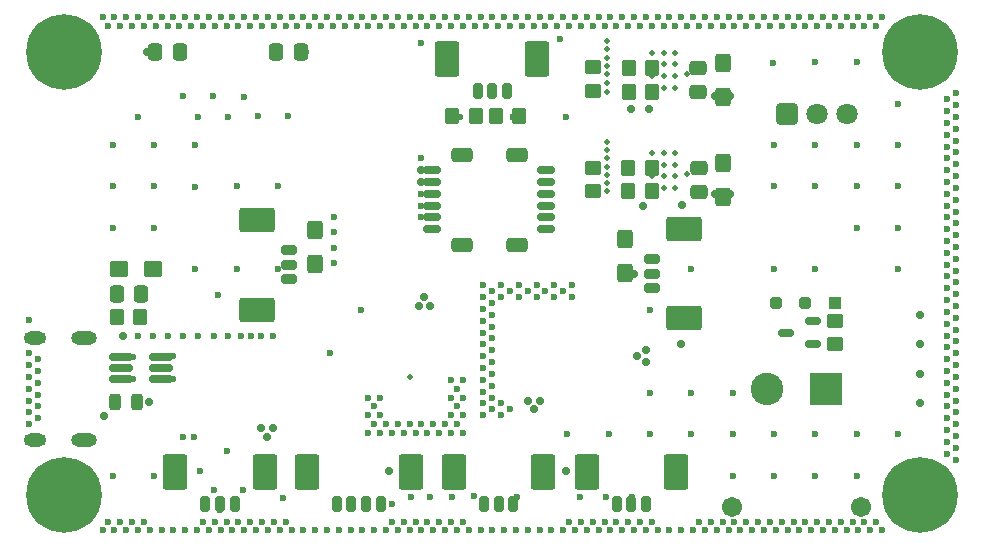
<source format=gbs>
G04 #@! TF.GenerationSoftware,KiCad,Pcbnew,8.0.4*
G04 #@! TF.CreationDate,2024-09-24T15:17:15+02:00*
G04 #@! TF.ProjectId,SUMEC_MK_IV,53554d45-435f-44d4-9b5f-49562e6b6963,v2.1.1*
G04 #@! TF.SameCoordinates,Original*
G04 #@! TF.FileFunction,Soldermask,Bot*
G04 #@! TF.FilePolarity,Negative*
%FSLAX46Y46*%
G04 Gerber Fmt 4.6, Leading zero omitted, Abs format (unit mm)*
G04 Created by KiCad (PCBNEW 8.0.4) date 2024-09-24 15:17:15*
%MOMM*%
%LPD*%
G01*
G04 APERTURE LIST*
G04 Aperture macros list*
%AMRoundRect*
0 Rectangle with rounded corners*
0 $1 Rounding radius*
0 $2 $3 $4 $5 $6 $7 $8 $9 X,Y pos of 4 corners*
0 Add a 4 corners polygon primitive as box body*
4,1,4,$2,$3,$4,$5,$6,$7,$8,$9,$2,$3,0*
0 Add four circle primitives for the rounded corners*
1,1,$1+$1,$2,$3*
1,1,$1+$1,$4,$5*
1,1,$1+$1,$6,$7*
1,1,$1+$1,$8,$9*
0 Add four rect primitives between the rounded corners*
20,1,$1+$1,$2,$3,$4,$5,0*
20,1,$1+$1,$4,$5,$6,$7,0*
20,1,$1+$1,$6,$7,$8,$9,0*
20,1,$1+$1,$8,$9,$2,$3,0*%
G04 Aperture macros list end*
%ADD10C,0.500000*%
%ADD11R,1.000000X1.000000*%
%ADD12RoundRect,0.250000X-0.250000X0.250000X-0.250000X-0.250000X0.250000X-0.250000X0.250000X0.250000X0*%
%ADD13C,0.800000*%
%ADD14C,6.400000*%
%ADD15C,2.754000*%
%ADD16RoundRect,0.102000X1.275000X1.275000X-1.275000X1.275000X-1.275000X-1.275000X1.275000X-1.275000X0*%
%ADD17C,1.712000*%
%ADD18RoundRect,0.250200X-0.649800X-0.649800X0.649800X-0.649800X0.649800X0.649800X-0.649800X0.649800X0*%
%ADD19C,1.800000*%
%ADD20O,2.204000X1.104000*%
%ADD21O,1.904000X1.104000*%
%ADD22RoundRect,0.250000X0.337500X0.475000X-0.337500X0.475000X-0.337500X-0.475000X0.337500X-0.475000X0*%
%ADD23RoundRect,0.250000X0.425000X-0.537500X0.425000X0.537500X-0.425000X0.537500X-0.425000X-0.537500X0*%
%ADD24RoundRect,0.162500X-0.837500X-0.162500X0.837500X-0.162500X0.837500X0.162500X-0.837500X0.162500X0*%
%ADD25RoundRect,0.250000X0.350000X0.450000X-0.350000X0.450000X-0.350000X-0.450000X0.350000X-0.450000X0*%
%ADD26RoundRect,0.150000X-0.625000X0.150000X-0.625000X-0.150000X0.625000X-0.150000X0.625000X0.150000X0*%
%ADD27RoundRect,0.250000X-0.650000X0.350000X-0.650000X-0.350000X0.650000X-0.350000X0.650000X0.350000X0*%
%ADD28RoundRect,0.243750X0.243750X0.456250X-0.243750X0.456250X-0.243750X-0.456250X0.243750X-0.456250X0*%
%ADD29RoundRect,0.150000X0.512500X0.150000X-0.512500X0.150000X-0.512500X-0.150000X0.512500X-0.150000X0*%
%ADD30RoundRect,0.200000X-0.200000X-0.450000X0.200000X-0.450000X0.200000X0.450000X-0.200000X0.450000X0*%
%ADD31RoundRect,0.250001X-0.799999X-1.249999X0.799999X-1.249999X0.799999X1.249999X-0.799999X1.249999X0*%
%ADD32RoundRect,0.250000X-0.337500X-0.475000X0.337500X-0.475000X0.337500X0.475000X-0.337500X0.475000X0*%
%ADD33RoundRect,0.250000X-0.475000X0.337500X-0.475000X-0.337500X0.475000X-0.337500X0.475000X0.337500X0*%
%ADD34RoundRect,0.250000X0.450000X-0.350000X0.450000X0.350000X-0.450000X0.350000X-0.450000X-0.350000X0*%
%ADD35RoundRect,0.200000X-0.450000X0.200000X-0.450000X-0.200000X0.450000X-0.200000X0.450000X0.200000X0*%
%ADD36RoundRect,0.250001X-1.249999X0.799999X-1.249999X-0.799999X1.249999X-0.799999X1.249999X0.799999X0*%
%ADD37RoundRect,0.250000X-0.537500X-0.425000X0.537500X-0.425000X0.537500X0.425000X-0.537500X0.425000X0*%
%ADD38RoundRect,0.150000X0.625000X-0.150000X0.625000X0.150000X-0.625000X0.150000X-0.625000X-0.150000X0*%
%ADD39RoundRect,0.250000X0.650000X-0.350000X0.650000X0.350000X-0.650000X0.350000X-0.650000X-0.350000X0*%
%ADD40RoundRect,0.200000X0.450000X-0.200000X0.450000X0.200000X-0.450000X0.200000X-0.450000X-0.200000X0*%
%ADD41RoundRect,0.250001X1.249999X-0.799999X1.249999X0.799999X-1.249999X0.799999X-1.249999X-0.799999X0*%
%ADD42RoundRect,0.250000X-0.350000X-0.450000X0.350000X-0.450000X0.350000X0.450000X-0.350000X0.450000X0*%
%ADD43C,0.600000*%
%ADD44C,0.700000*%
G04 APERTURE END LIST*
D10*
X157750000Y-86050000D03*
X155750000Y-85050000D03*
X157750000Y-94550000D03*
D11*
X171250000Y-106250000D03*
D12*
X168750000Y-106250000D03*
X166250000Y-106250000D03*
D10*
X155750000Y-88000000D03*
X156750000Y-93550000D03*
D13*
X176100000Y-85000000D03*
X176802944Y-83302944D03*
X176802944Y-86697056D03*
X178500000Y-82600000D03*
D14*
X178500000Y-85000000D03*
D13*
X178500000Y-87400000D03*
X180197056Y-83302944D03*
X180197056Y-86697056D03*
X180900000Y-85000000D03*
D10*
X156750000Y-88000000D03*
X155750000Y-93550000D03*
X156750000Y-96500000D03*
D15*
X165500000Y-113500000D03*
D16*
X170500000Y-113500000D03*
D17*
X162500000Y-123500000D03*
X173500000Y-123500000D03*
D10*
X155750000Y-94550000D03*
D18*
X167210000Y-90250000D03*
D19*
X169750000Y-90250000D03*
X172290000Y-90250000D03*
D10*
X156750000Y-87000000D03*
X157750000Y-85050000D03*
X156750000Y-86050000D03*
X157750000Y-95500000D03*
X157750000Y-96500000D03*
D20*
X107670000Y-109175000D03*
X107670000Y-117825000D03*
D21*
X103500000Y-109175000D03*
X103500000Y-117825000D03*
D10*
X157750000Y-93550000D03*
X156750000Y-95500000D03*
X156750000Y-94550000D03*
D13*
X103600000Y-85000000D03*
X104302944Y-83302944D03*
X104302944Y-86697056D03*
X106000000Y-82600000D03*
D14*
X106000000Y-85000000D03*
D13*
X106000000Y-87400000D03*
X107697056Y-83302944D03*
X107697056Y-86697056D03*
X108400000Y-85000000D03*
D10*
X155750000Y-95500000D03*
X157750000Y-88000000D03*
X155750000Y-87000000D03*
D13*
X103600000Y-122500000D03*
X104302944Y-120802944D03*
X104302944Y-124197056D03*
X106000000Y-120100000D03*
D14*
X106000000Y-122500000D03*
D13*
X106000000Y-124900000D03*
X107697056Y-120802944D03*
X107697056Y-124197056D03*
X108400000Y-122500000D03*
D10*
X156750000Y-85050000D03*
X155750000Y-86050000D03*
X157750000Y-87000000D03*
X155750000Y-96500000D03*
D13*
X176100000Y-122500000D03*
X176802944Y-120802944D03*
X176802944Y-124197056D03*
X178500000Y-120100000D03*
D14*
X178500000Y-122500000D03*
D13*
X178500000Y-124900000D03*
X180197056Y-120802944D03*
X180197056Y-124197056D03*
X180900000Y-122500000D03*
D22*
X126037500Y-85000000D03*
X123962500Y-85000000D03*
D23*
X161800000Y-88787500D03*
X161800000Y-85912500D03*
D24*
X110790000Y-112700000D03*
X110790000Y-111750000D03*
X110790000Y-110800000D03*
X114210000Y-110800000D03*
X114210000Y-111750000D03*
X114210000Y-112700000D03*
D25*
X112450000Y-107450000D03*
X110450000Y-107450000D03*
D26*
X146825000Y-95000000D03*
X146825000Y-96000000D03*
X146825000Y-97000000D03*
X146825000Y-98000000D03*
X146825000Y-99000000D03*
X146825000Y-100000000D03*
D27*
X144300000Y-93700000D03*
X144300000Y-101300000D03*
D28*
X112187500Y-114650000D03*
X110312500Y-114650000D03*
D29*
X169387500Y-107800000D03*
X169387500Y-109700000D03*
X167112500Y-108750000D03*
D30*
X141525000Y-123300000D03*
X142775000Y-123300000D03*
X144025000Y-123300000D03*
D31*
X138975000Y-120550000D03*
X146575000Y-120550000D03*
D32*
X113712500Y-85000000D03*
X115787500Y-85000000D03*
D33*
X159700000Y-86312500D03*
X159700000Y-88387500D03*
D34*
X171250000Y-109750000D03*
X171250000Y-107750000D03*
X150737500Y-88300000D03*
X150737500Y-86300000D03*
D33*
X159725000Y-94787500D03*
X159725000Y-96862500D03*
D25*
X144550000Y-90450000D03*
X142550000Y-90450000D03*
D34*
X150737500Y-96800000D03*
X150737500Y-94800000D03*
D32*
X110462500Y-105500000D03*
X112537500Y-105500000D03*
D35*
X155750000Y-102500000D03*
X155750000Y-103750000D03*
X155750000Y-105000000D03*
D36*
X158500000Y-99950000D03*
X158500000Y-107550000D03*
D37*
X110662500Y-103400000D03*
X113537500Y-103400000D03*
D30*
X141000000Y-88300000D03*
X142250000Y-88300000D03*
X143500000Y-88300000D03*
D31*
X138450000Y-85550000D03*
X146050000Y-85550000D03*
D30*
X152775000Y-123300000D03*
X154025000Y-123300000D03*
X155275000Y-123300000D03*
D31*
X150225000Y-120550000D03*
X157825000Y-120550000D03*
D25*
X155750000Y-96800000D03*
X153750000Y-96800000D03*
D38*
X137175000Y-100000000D03*
X137175000Y-99000000D03*
X137175000Y-98000000D03*
X137175000Y-97000000D03*
X137175000Y-96000000D03*
X137175000Y-95000000D03*
D39*
X139700000Y-101300000D03*
X139700000Y-93700000D03*
D25*
X155800000Y-88350000D03*
X153800000Y-88350000D03*
D40*
X125050000Y-104250000D03*
X125050000Y-103000000D03*
X125050000Y-101750000D03*
D41*
X122300000Y-106800000D03*
X122300000Y-99200000D03*
D30*
X117950000Y-123300000D03*
X119200000Y-123300000D03*
X120450000Y-123300000D03*
D31*
X115400000Y-120550000D03*
X123000000Y-120550000D03*
D23*
X127250000Y-102937500D03*
X127250000Y-100062500D03*
X161775000Y-97262500D03*
X161775000Y-94387500D03*
D25*
X155800000Y-86350000D03*
X153800000Y-86350000D03*
X155750000Y-94800000D03*
X153750000Y-94800000D03*
D23*
X153500000Y-103687500D03*
X153500000Y-100812500D03*
D42*
X138850000Y-90450000D03*
X140850000Y-90450000D03*
D30*
X129075000Y-123300000D03*
X130325000Y-123300000D03*
X131575000Y-123300000D03*
X132825000Y-123300000D03*
D31*
X126525000Y-120550000D03*
X135375000Y-120550000D03*
D43*
X116950000Y-117600000D03*
X117500000Y-120450000D03*
D44*
X133500000Y-120500000D03*
X148500000Y-120450000D03*
D43*
X116075000Y-117600000D03*
X167750000Y-124750000D03*
X150250000Y-125500000D03*
X136250000Y-94000000D03*
X143750000Y-105250000D03*
X146750000Y-82750000D03*
X173250000Y-125500000D03*
X111250000Y-125500000D03*
X181500000Y-91500000D03*
X166094048Y-96378049D03*
X173250000Y-82000000D03*
X157250000Y-125500000D03*
X142250000Y-110250000D03*
X169594048Y-117378049D03*
X109250000Y-125500000D03*
X147500000Y-104750000D03*
X132750000Y-115750000D03*
X136250000Y-125500000D03*
X117100000Y-96400000D03*
X109750000Y-124750000D03*
X131094048Y-106878049D03*
X134250000Y-82000000D03*
X168750000Y-82750000D03*
X112250000Y-82000000D03*
X138750000Y-117250000D03*
X161250000Y-125500000D03*
X142250000Y-82000000D03*
X131250000Y-82000000D03*
X134750000Y-124750000D03*
X132250000Y-116500000D03*
X142250000Y-112250000D03*
X148594048Y-117378049D03*
X136250000Y-116500000D03*
X173094048Y-117378049D03*
X139250000Y-82000000D03*
X153250000Y-82000000D03*
X143000000Y-114750000D03*
X141500000Y-109750000D03*
X109250000Y-82000000D03*
X176600000Y-99900000D03*
X169594048Y-85878049D03*
X103000000Y-107700000D03*
X160750000Y-82750000D03*
X124250000Y-82000000D03*
X132750000Y-82750000D03*
X131250000Y-125500000D03*
X161750000Y-124750000D03*
X114250000Y-82000000D03*
X117750000Y-82750000D03*
X119250000Y-125500000D03*
X141500000Y-106750000D03*
X143750000Y-82750000D03*
X180750000Y-97000000D03*
X144500000Y-104750000D03*
X149000000Y-104750000D03*
X172750000Y-124750000D03*
X120594048Y-96378049D03*
X166050000Y-85900000D03*
X155750000Y-124750000D03*
X169750000Y-124750000D03*
X111750000Y-82750000D03*
D10*
X135250000Y-112500000D03*
D43*
X165750000Y-124750000D03*
X168250000Y-125500000D03*
X142250000Y-125500000D03*
X113250000Y-125500000D03*
X144250000Y-82000000D03*
X126250000Y-125500000D03*
X162594048Y-120878049D03*
X103750000Y-114000000D03*
X174750000Y-82750000D03*
X169250000Y-125500000D03*
X125750000Y-82750000D03*
X150750000Y-82750000D03*
X152094048Y-117378049D03*
X181500000Y-96500000D03*
X141250000Y-82000000D03*
X110094048Y-96378049D03*
X157250000Y-82000000D03*
X164750000Y-82750000D03*
X151750000Y-82750000D03*
X147250000Y-125500000D03*
X147250000Y-82000000D03*
X145750000Y-82750000D03*
X137250000Y-125500000D03*
X181500000Y-100500000D03*
X139250000Y-125500000D03*
X120250000Y-125500000D03*
X111750000Y-124750000D03*
X181500000Y-113500000D03*
X180750000Y-113000000D03*
X103000000Y-113500000D03*
X154750000Y-82750000D03*
X144750000Y-82750000D03*
X137250000Y-82000000D03*
X129250000Y-125500000D03*
X181500000Y-108500000D03*
X117250000Y-82000000D03*
X140250000Y-82000000D03*
X170250000Y-82000000D03*
X134250000Y-116500000D03*
X162750000Y-124750000D03*
X180750000Y-119000000D03*
X180750000Y-106000000D03*
X180750000Y-109000000D03*
X113250000Y-82000000D03*
X117750000Y-124750000D03*
X180750000Y-99000000D03*
X149000000Y-105750000D03*
X128750000Y-82750000D03*
X123250000Y-125500000D03*
X130250000Y-125500000D03*
X163750000Y-124750000D03*
X152250000Y-125500000D03*
X181500000Y-104500000D03*
X159094048Y-113878049D03*
X181500000Y-92500000D03*
X173100000Y-99900000D03*
X158250000Y-82000000D03*
X141750000Y-82750000D03*
X143000000Y-115750000D03*
X161250000Y-82000000D03*
X151250000Y-82000000D03*
X172750000Y-82750000D03*
X159250000Y-125500000D03*
X170250000Y-125500000D03*
X127250000Y-82000000D03*
X137750000Y-124750000D03*
X181500000Y-109500000D03*
X155594048Y-113878049D03*
X156250000Y-125500000D03*
X143000000Y-104750000D03*
X128250000Y-125500000D03*
X146250000Y-82000000D03*
X141500000Y-107750000D03*
X171250000Y-125500000D03*
X180750000Y-107000000D03*
X111250000Y-82000000D03*
X141500000Y-113750000D03*
X181500000Y-98500000D03*
X149750000Y-124750000D03*
X141500000Y-114750000D03*
X180750000Y-116000000D03*
X151250000Y-125500000D03*
X173750000Y-82750000D03*
X174750000Y-124750000D03*
X142250000Y-106250000D03*
X153750000Y-82750000D03*
X176600000Y-103400000D03*
X181500000Y-105500000D03*
X180750000Y-102000000D03*
X180750000Y-93000000D03*
X124250000Y-125500000D03*
X180750000Y-111000000D03*
X180750000Y-103000000D03*
X146250000Y-125500000D03*
X132750000Y-117250000D03*
X180750000Y-101000000D03*
X119025000Y-105550000D03*
X103000000Y-115500000D03*
X127750000Y-82750000D03*
X136750000Y-82750000D03*
X180750000Y-90000000D03*
X143750000Y-115250000D03*
X152250000Y-82000000D03*
X113600000Y-96350000D03*
X117094048Y-92878049D03*
X133750000Y-124750000D03*
X139250000Y-113500000D03*
X110100000Y-92900000D03*
X121800000Y-109000000D03*
X138750000Y-114250000D03*
X113600000Y-120900000D03*
X138250000Y-116500000D03*
X138750000Y-82750000D03*
X142250000Y-105250000D03*
X169594048Y-120878049D03*
X181500000Y-106500000D03*
X162250000Y-125500000D03*
X114250000Y-125500000D03*
X159750000Y-82750000D03*
X143250000Y-82000000D03*
X103000000Y-116500000D03*
X180750000Y-117000000D03*
X124750000Y-82750000D03*
X139750000Y-82750000D03*
X159094048Y-103378049D03*
X119750000Y-118750000D03*
X180750000Y-100000000D03*
X181500000Y-97500000D03*
X156250000Y-82000000D03*
X181500000Y-111500000D03*
X128500000Y-110500000D03*
X154250000Y-125500000D03*
X143250000Y-125500000D03*
X103000000Y-112500000D03*
X142250000Y-113250000D03*
X173094048Y-85878049D03*
X138250000Y-125500000D03*
X145250000Y-82000000D03*
X132250000Y-125500000D03*
X135750000Y-82750000D03*
X144500000Y-105750000D03*
X136750000Y-117250000D03*
X130250000Y-82000000D03*
X166094048Y-92878049D03*
X171750000Y-124750000D03*
X155250000Y-82000000D03*
X153750000Y-124750000D03*
X175250000Y-125500000D03*
X151750000Y-124750000D03*
X135250000Y-125500000D03*
X170750000Y-124750000D03*
X170750000Y-82750000D03*
X166094048Y-103378049D03*
X146750000Y-105250000D03*
X115750000Y-82750000D03*
X180750000Y-104000000D03*
X124094048Y-96378049D03*
X181500000Y-114500000D03*
X103000000Y-114500000D03*
X116250000Y-82000000D03*
X117100000Y-103400000D03*
X133250000Y-116500000D03*
X114750000Y-82750000D03*
X180750000Y-118000000D03*
X103000000Y-111500000D03*
X121750000Y-124750000D03*
X174250000Y-82000000D03*
D44*
X167112500Y-108750000D03*
D43*
X166750000Y-124750000D03*
X120600000Y-103400000D03*
X138800000Y-122650000D03*
X152750000Y-124750000D03*
X162594048Y-113878049D03*
X173094048Y-96378049D03*
X176594048Y-117378049D03*
X164250000Y-125500000D03*
X171250000Y-82000000D03*
X180750000Y-112000000D03*
X181500000Y-93500000D03*
X135750000Y-117250000D03*
X118250000Y-82000000D03*
X103750000Y-115000000D03*
X176594048Y-89378049D03*
X155750000Y-82750000D03*
X166094048Y-117378049D03*
X168250000Y-82000000D03*
X103750000Y-112000000D03*
X163250000Y-125500000D03*
X136750000Y-124750000D03*
X181500000Y-88500000D03*
X134750000Y-117250000D03*
X167250000Y-82000000D03*
X103000000Y-110500000D03*
X131750000Y-117250000D03*
X146000000Y-104750000D03*
X132250000Y-82000000D03*
X141500000Y-108750000D03*
X116250000Y-125500000D03*
X135250000Y-82000000D03*
X181500000Y-94500000D03*
X180750000Y-95000000D03*
X155250000Y-125500000D03*
X181500000Y-107500000D03*
X138750000Y-112750000D03*
X166750000Y-82750000D03*
X103750000Y-111000000D03*
X119250000Y-82000000D03*
X180750000Y-91000000D03*
X158750000Y-82750000D03*
X139750000Y-124750000D03*
X135750000Y-124750000D03*
X103750000Y-116000000D03*
X161750000Y-82750000D03*
X156750000Y-82750000D03*
X181500000Y-103500000D03*
X138750000Y-124750000D03*
X160250000Y-125500000D03*
X150250000Y-82000000D03*
X103750000Y-113000000D03*
X110250000Y-82000000D03*
X176594048Y-92878049D03*
X142250000Y-109250000D03*
X133250000Y-82000000D03*
X122750000Y-124750000D03*
X157750000Y-82750000D03*
X118750000Y-124750000D03*
X166250000Y-125500000D03*
X132750000Y-114250000D03*
X181500000Y-115500000D03*
X175250000Y-82000000D03*
X165250000Y-125500000D03*
X181500000Y-89500000D03*
X113594048Y-99878049D03*
X110750000Y-124750000D03*
X165250000Y-82000000D03*
X149250000Y-125500000D03*
X167250000Y-125500000D03*
X142250000Y-115250000D03*
X163250000Y-82000000D03*
X127250000Y-125500000D03*
X150750000Y-124750000D03*
X109750000Y-82750000D03*
X141500000Y-111750000D03*
X142250000Y-108250000D03*
X141500000Y-105750000D03*
X133250000Y-125500000D03*
X165750000Y-82750000D03*
X120750000Y-124750000D03*
X162594048Y-117378049D03*
X180750000Y-89000000D03*
X125250000Y-125500000D03*
X159250000Y-82000000D03*
X118250000Y-125500000D03*
X134250000Y-125500000D03*
X112250000Y-125500000D03*
X162250000Y-82000000D03*
X180750000Y-105000000D03*
X181500000Y-95500000D03*
X129750000Y-82750000D03*
X149750000Y-82750000D03*
X117250000Y-125500000D03*
X148250000Y-82000000D03*
X172250000Y-82000000D03*
X122750000Y-82750000D03*
X180750000Y-98000000D03*
X162750000Y-82750000D03*
X180750000Y-114000000D03*
X139750000Y-114250000D03*
X159750000Y-124750000D03*
X169250000Y-82000000D03*
X180750000Y-110000000D03*
X141500000Y-115750000D03*
X148750000Y-124750000D03*
X140250000Y-125500000D03*
X121750000Y-82750000D03*
X144250000Y-125500000D03*
X147750000Y-82750000D03*
X120750000Y-82750000D03*
X140750000Y-82750000D03*
X146000000Y-105750000D03*
X173094048Y-92878049D03*
X141500000Y-104750000D03*
X130750000Y-82750000D03*
X180750000Y-108000000D03*
X160750000Y-124750000D03*
X168750000Y-124750000D03*
X144338809Y-122661191D03*
X122250000Y-125500000D03*
X113600000Y-92850000D03*
X121250000Y-82000000D03*
X181500000Y-119500000D03*
X166094048Y-120878049D03*
X142750000Y-82750000D03*
X110250000Y-125500000D03*
X158250000Y-125500000D03*
X142250000Y-107250000D03*
X169594048Y-96378049D03*
X139250000Y-115000000D03*
X137750000Y-82750000D03*
X181500000Y-90500000D03*
X139750000Y-112750000D03*
X154750000Y-124750000D03*
X132250000Y-115000000D03*
X125250000Y-82000000D03*
X180750000Y-92000000D03*
X123250000Y-82000000D03*
X167750000Y-82750000D03*
X112750000Y-124750000D03*
X173094048Y-120878049D03*
X126250000Y-82000000D03*
X110750000Y-82750000D03*
X110094048Y-120878049D03*
X131750000Y-114250000D03*
X148500000Y-90500000D03*
X112750000Y-82750000D03*
X139750000Y-117250000D03*
X116750000Y-82750000D03*
X169594048Y-103378049D03*
X169750000Y-82750000D03*
X155594048Y-117378049D03*
X141500000Y-112750000D03*
X159094048Y-117378049D03*
X164750000Y-124750000D03*
X139750000Y-115750000D03*
X154250000Y-82000000D03*
X124750000Y-124750000D03*
X123750000Y-124750000D03*
X113750000Y-82750000D03*
X166250000Y-82000000D03*
X134750000Y-82750000D03*
X164250000Y-82000000D03*
X122250000Y-82000000D03*
X110094048Y-99878049D03*
X133750000Y-82750000D03*
X171750000Y-82750000D03*
X120250000Y-82000000D03*
X143000000Y-105750000D03*
X181500000Y-112500000D03*
X142250000Y-111250000D03*
X115250000Y-82000000D03*
X138250000Y-82000000D03*
X160250000Y-82000000D03*
X180750000Y-96000000D03*
X123750000Y-82750000D03*
X172250000Y-125500000D03*
X141250000Y-125500000D03*
X148250000Y-125500000D03*
X163750000Y-82750000D03*
X148250000Y-105250000D03*
X136250000Y-82000000D03*
X131750000Y-82750000D03*
X155594048Y-106878049D03*
X126750000Y-82750000D03*
X181500000Y-116500000D03*
X173750000Y-124750000D03*
X181500000Y-101500000D03*
X147500000Y-105750000D03*
X181500000Y-110500000D03*
X124500000Y-122750000D03*
X121250000Y-125500000D03*
X133750000Y-117250000D03*
X135250000Y-116500000D03*
X119750000Y-82750000D03*
X145250000Y-105250000D03*
X119750000Y-124750000D03*
X152750000Y-82750000D03*
X181500000Y-102500000D03*
X169594048Y-92878049D03*
X137250000Y-116500000D03*
X128250000Y-82000000D03*
X181500000Y-99500000D03*
X142250000Y-114250000D03*
X181500000Y-117500000D03*
X131750000Y-115750000D03*
X180750000Y-94000000D03*
X176594048Y-96378049D03*
X180750000Y-115000000D03*
X145250000Y-125500000D03*
X115250000Y-125500000D03*
X149250000Y-82000000D03*
X141500000Y-110750000D03*
X129250000Y-82000000D03*
X153250000Y-125500000D03*
X138750000Y-115750000D03*
X181500000Y-118500000D03*
X118750000Y-82750000D03*
X139250000Y-116500000D03*
X137750000Y-117250000D03*
X148750000Y-82750000D03*
X174250000Y-125500000D03*
D44*
X136000000Y-106500000D03*
D43*
X124100000Y-103400000D03*
X136250000Y-97000000D03*
D10*
X151952080Y-95399850D03*
D43*
X140659769Y-122621534D03*
X133724999Y-123250000D03*
X148000000Y-83933058D03*
D44*
X154250000Y-103750000D03*
X136500000Y-105750000D03*
D43*
X154050000Y-122700000D03*
X136250000Y-84250000D03*
X144000000Y-90500000D03*
X119200000Y-123750000D03*
D44*
X110950000Y-109000000D03*
X178500000Y-107250000D03*
D10*
X151937500Y-86881250D03*
D43*
X139500000Y-90500000D03*
D44*
X137000000Y-106500000D03*
X146250000Y-114500000D03*
X123700000Y-116800000D03*
X145250000Y-114500000D03*
X123200000Y-117550000D03*
X145750000Y-115250000D03*
X122700000Y-116800000D03*
D10*
X158750000Y-86875000D03*
X158761347Y-95325000D03*
D44*
X114850000Y-111750000D03*
X113150000Y-114650000D03*
X113000000Y-85000000D03*
D43*
X112250000Y-109000000D03*
X126500000Y-85000000D03*
D10*
X151937500Y-84781241D03*
D43*
X118630000Y-88750000D03*
X121200000Y-88800000D03*
D10*
X151937500Y-94000000D03*
X151937500Y-85481244D03*
D44*
X154000000Y-89850000D03*
D10*
X151937500Y-84081238D03*
D43*
X116100000Y-88750000D03*
D44*
X155500000Y-89850000D03*
D43*
X122450000Y-90450000D03*
D10*
X151937500Y-86181247D03*
X151937500Y-94700000D03*
X151937500Y-88350000D03*
X151937500Y-96800000D03*
D43*
X119900000Y-90500000D03*
D10*
X151937500Y-92599994D03*
D44*
X136250000Y-96000000D03*
X158312634Y-97979006D03*
X136250000Y-95000000D03*
X155000000Y-98000000D03*
D10*
X151937500Y-93299997D03*
D43*
X117350000Y-90500000D03*
X123700000Y-109000000D03*
X118650000Y-122100000D03*
X120950000Y-109000000D03*
X135337500Y-122662500D03*
X149650000Y-122700000D03*
X122700000Y-109000000D03*
X137000000Y-122675000D03*
X121100000Y-122100000D03*
X151850000Y-122700000D03*
X113507824Y-109000000D03*
X119900000Y-109000000D03*
X114750000Y-109000000D03*
X118650000Y-109000000D03*
X117350000Y-109000000D03*
X116100000Y-109000000D03*
X112250000Y-90500000D03*
X128850000Y-102850000D03*
X128850000Y-101550000D03*
D44*
X178500000Y-112250000D03*
D43*
X136250000Y-99000000D03*
X128850000Y-100250000D03*
X136250000Y-98000000D03*
X128850000Y-99000000D03*
D44*
X178500000Y-109750000D03*
D43*
X124950000Y-90450000D03*
D44*
X178500000Y-114750000D03*
D43*
X115200000Y-110750000D03*
X115200000Y-112700000D03*
X111800000Y-110800000D03*
X111800000Y-112700000D03*
D10*
X151937500Y-87581253D03*
X151943467Y-96100000D03*
D44*
X161087500Y-88750000D03*
X162337500Y-88750000D03*
X155250000Y-111250000D03*
X154500000Y-110750000D03*
X161087500Y-97000000D03*
X155250000Y-110250000D03*
X162337500Y-97000000D03*
X158250000Y-109750000D03*
X109362500Y-115850000D03*
M02*

</source>
